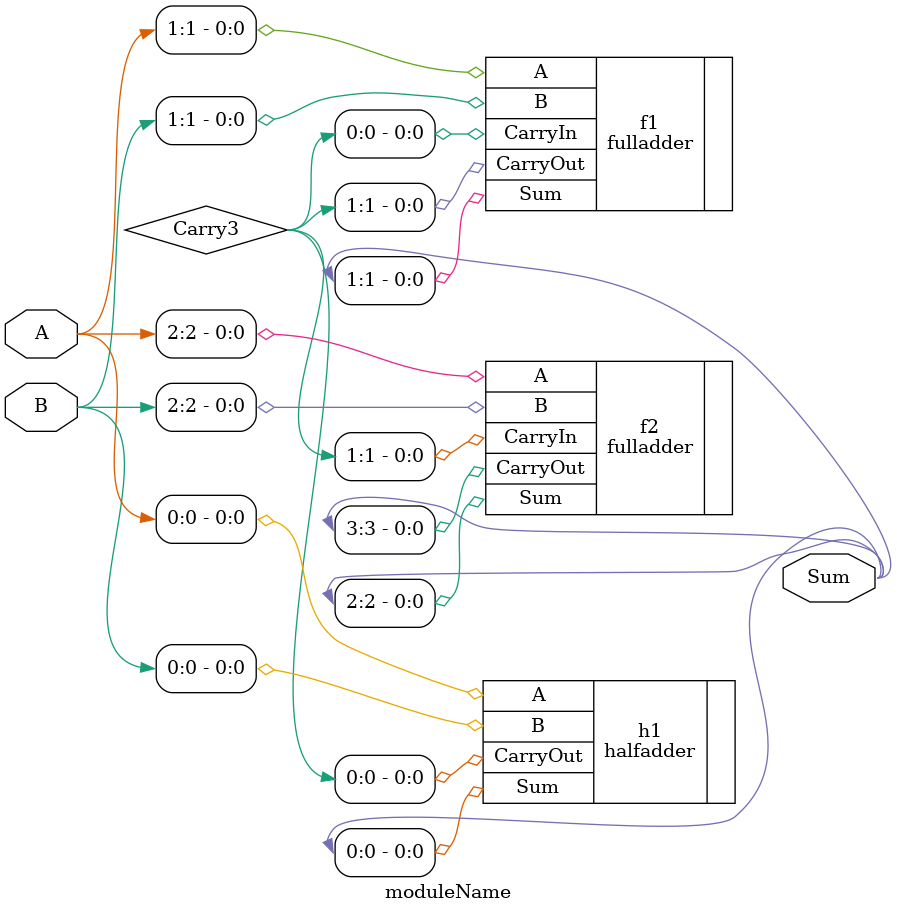
<source format=v>
module moduleName (
   input [2:0] A,
   input [2:0] B,
   output [3:0] Sum
);

wire [2:0] Carry3;

halfadder h1(.A(A[0]), .B(B[0]), .Sum(Sum[0]), .CarryOut(Carry3[0]));
fulladder f1(.A(A[1]), .B(B[1]), .CarryIn(Carry3[0]), .Sum(Sum[1]), .CarryOut(Carry3[1]));
fulladder f2(.A(A[2]), .B(B[2]), .CarryIn(Carry3[1]), .Sum(Sum[2]), .CarryOut(Sum[3]));

endmodule

</source>
